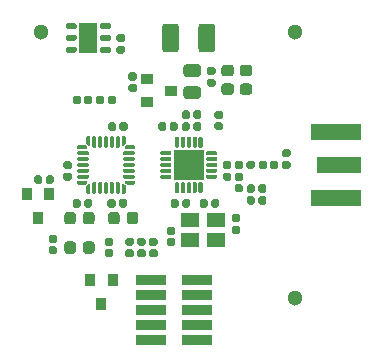
<source format=gbr>
%TF.GenerationSoftware,KiCad,Pcbnew,(5.1.6)-1*%
%TF.CreationDate,2020-10-05T19:31:36+02:00*%
%TF.ProjectId,NRF24,4e524632-342e-46b6-9963-61645f706362,rev?*%
%TF.SameCoordinates,Original*%
%TF.FileFunction,Soldermask,Top*%
%TF.FilePolarity,Negative*%
%FSLAX46Y46*%
G04 Gerber Fmt 4.6, Leading zero omitted, Abs format (unit mm)*
G04 Created by KiCad (PCBNEW (5.1.6)-1) date 2020-10-05 19:31:36*
%MOMM*%
%LPD*%
G01*
G04 APERTURE LIST*
%ADD10C,1.300000*%
%ADD11R,3.700000X1.370000*%
%ADD12R,4.300000X1.450000*%
%ADD13R,0.900000X1.000000*%
%ADD14R,1.000000X0.900000*%
%ADD15R,2.600000X2.600000*%
%ADD16R,1.500000X1.300000*%
%ADD17C,0.150000*%
%ADD18R,1.600000X2.500000*%
%ADD19R,2.500000X0.840000*%
G04 APERTURE END LIST*
%TO.C,C20*%
G36*
G01*
X181675000Y-75543867D02*
X181675000Y-77456133D01*
G75*
G02*
X181406133Y-77725000I-268867J0D01*
G01*
X180518867Y-77725000D01*
G75*
G02*
X180250000Y-77456133I0J268867D01*
G01*
X180250000Y-75543867D01*
G75*
G02*
X180518867Y-75275000I268867J0D01*
G01*
X181406133Y-75275000D01*
G75*
G02*
X181675000Y-75543867I0J-268867D01*
G01*
G37*
G36*
G01*
X184750000Y-75543867D02*
X184750000Y-77456133D01*
G75*
G02*
X184481133Y-77725000I-268867J0D01*
G01*
X183593867Y-77725000D01*
G75*
G02*
X183325000Y-77456133I0J268867D01*
G01*
X183325000Y-75543867D01*
G75*
G02*
X183593867Y-75275000I268867J0D01*
G01*
X184481133Y-75275000D01*
G75*
G02*
X184750000Y-75543867I0J-268867D01*
G01*
G37*
%TD*%
%TO.C,C19*%
G36*
G01*
X187068750Y-80350000D02*
X187631250Y-80350000D01*
G75*
G02*
X187875000Y-80593750I0J-243750D01*
G01*
X187875000Y-81081250D01*
G75*
G02*
X187631250Y-81325000I-243750J0D01*
G01*
X187068750Y-81325000D01*
G75*
G02*
X186825000Y-81081250I0J243750D01*
G01*
X186825000Y-80593750D01*
G75*
G02*
X187068750Y-80350000I243750J0D01*
G01*
G37*
G36*
G01*
X187068750Y-78775000D02*
X187631250Y-78775000D01*
G75*
G02*
X187875000Y-79018750I0J-243750D01*
G01*
X187875000Y-79506250D01*
G75*
G02*
X187631250Y-79750000I-243750J0D01*
G01*
X187068750Y-79750000D01*
G75*
G02*
X186825000Y-79506250I0J243750D01*
G01*
X186825000Y-79018750D01*
G75*
G02*
X187068750Y-78775000I243750J0D01*
G01*
G37*
%TD*%
D10*
%TO.C,REF\u002A\u002A*%
X191500000Y-98500000D03*
%TD*%
%TO.C,REF\u002A\u002A*%
X191500000Y-76000000D03*
%TD*%
%TO.C,REF\u002A\u002A*%
X170000000Y-76000000D03*
%TD*%
%TO.C,R12*%
G36*
G01*
X178302500Y-94390000D02*
X178697500Y-94390000D01*
G75*
G02*
X178870000Y-94562500I0J-172500D01*
G01*
X178870000Y-94907500D01*
G75*
G02*
X178697500Y-95080000I-172500J0D01*
G01*
X178302500Y-95080000D01*
G75*
G02*
X178130000Y-94907500I0J172500D01*
G01*
X178130000Y-94562500D01*
G75*
G02*
X178302500Y-94390000I172500J0D01*
G01*
G37*
G36*
G01*
X178302500Y-93420000D02*
X178697500Y-93420000D01*
G75*
G02*
X178870000Y-93592500I0J-172500D01*
G01*
X178870000Y-93937500D01*
G75*
G02*
X178697500Y-94110000I-172500J0D01*
G01*
X178302500Y-94110000D01*
G75*
G02*
X178130000Y-93937500I0J172500D01*
G01*
X178130000Y-93592500D01*
G75*
G02*
X178302500Y-93420000I172500J0D01*
G01*
G37*
%TD*%
D11*
%TO.C,J2*%
X195200000Y-87250000D03*
D12*
X195000000Y-84425000D03*
X195000000Y-90075000D03*
%TD*%
%TO.C,R11*%
G36*
G01*
X170390000Y-88697500D02*
X170390000Y-88302500D01*
G75*
G02*
X170562500Y-88130000I172500J0D01*
G01*
X170907500Y-88130000D01*
G75*
G02*
X171080000Y-88302500I0J-172500D01*
G01*
X171080000Y-88697500D01*
G75*
G02*
X170907500Y-88870000I-172500J0D01*
G01*
X170562500Y-88870000D01*
G75*
G02*
X170390000Y-88697500I0J172500D01*
G01*
G37*
G36*
G01*
X169420000Y-88697500D02*
X169420000Y-88302500D01*
G75*
G02*
X169592500Y-88130000I172500J0D01*
G01*
X169937500Y-88130000D01*
G75*
G02*
X170110000Y-88302500I0J-172500D01*
G01*
X170110000Y-88697500D01*
G75*
G02*
X169937500Y-88870000I-172500J0D01*
G01*
X169592500Y-88870000D01*
G75*
G02*
X169420000Y-88697500I0J172500D01*
G01*
G37*
%TD*%
D13*
%TO.C,Q3*%
X169750000Y-91750000D03*
X168800000Y-89750000D03*
X170700000Y-89750000D03*
%TD*%
%TO.C,Q2*%
X175100000Y-99000000D03*
X174150000Y-97000000D03*
X176050000Y-97000000D03*
%TD*%
D14*
%TO.C,Q1*%
X179000000Y-80000000D03*
X179000000Y-81900000D03*
X181000000Y-80950000D03*
%TD*%
%TO.C,LD1*%
G36*
G01*
X173550000Y-94531250D02*
X173550000Y-93968750D01*
G75*
G02*
X173793750Y-93725000I243750J0D01*
G01*
X174281250Y-93725000D01*
G75*
G02*
X174525000Y-93968750I0J-243750D01*
G01*
X174525000Y-94531250D01*
G75*
G02*
X174281250Y-94775000I-243750J0D01*
G01*
X173793750Y-94775000D01*
G75*
G02*
X173550000Y-94531250I0J243750D01*
G01*
G37*
G36*
G01*
X171975000Y-94531250D02*
X171975000Y-93968750D01*
G75*
G02*
X172218750Y-93725000I243750J0D01*
G01*
X172706250Y-93725000D01*
G75*
G02*
X172950000Y-93968750I0J-243750D01*
G01*
X172950000Y-94531250D01*
G75*
G02*
X172706250Y-94775000I-243750J0D01*
G01*
X172218750Y-94775000D01*
G75*
G02*
X171975000Y-94531250I0J243750D01*
G01*
G37*
%TD*%
%TO.C,FB1*%
G36*
G01*
X183281250Y-79800000D02*
X182318750Y-79800000D01*
G75*
G02*
X182050000Y-79531250I0J268750D01*
G01*
X182050000Y-78993750D01*
G75*
G02*
X182318750Y-78725000I268750J0D01*
G01*
X183281250Y-78725000D01*
G75*
G02*
X183550000Y-78993750I0J-268750D01*
G01*
X183550000Y-79531250D01*
G75*
G02*
X183281250Y-79800000I-268750J0D01*
G01*
G37*
G36*
G01*
X183281250Y-81675000D02*
X182318750Y-81675000D01*
G75*
G02*
X182050000Y-81406250I0J268750D01*
G01*
X182050000Y-80868750D01*
G75*
G02*
X182318750Y-80600000I268750J0D01*
G01*
X183281250Y-80600000D01*
G75*
G02*
X183550000Y-80868750I0J-268750D01*
G01*
X183550000Y-81406250D01*
G75*
G02*
X183281250Y-81675000I-268750J0D01*
G01*
G37*
%TD*%
D15*
%TO.C,U3*%
X182500000Y-87250000D03*
G36*
G01*
X181325000Y-85687500D02*
X181325000Y-84937500D01*
G75*
G02*
X181412500Y-84850000I87500J0D01*
G01*
X181587500Y-84850000D01*
G75*
G02*
X181675000Y-84937500I0J-87500D01*
G01*
X181675000Y-85687500D01*
G75*
G02*
X181587500Y-85775000I-87500J0D01*
G01*
X181412500Y-85775000D01*
G75*
G02*
X181325000Y-85687500I0J87500D01*
G01*
G37*
G36*
G01*
X181825000Y-85687500D02*
X181825000Y-84937500D01*
G75*
G02*
X181912500Y-84850000I87500J0D01*
G01*
X182087500Y-84850000D01*
G75*
G02*
X182175000Y-84937500I0J-87500D01*
G01*
X182175000Y-85687500D01*
G75*
G02*
X182087500Y-85775000I-87500J0D01*
G01*
X181912500Y-85775000D01*
G75*
G02*
X181825000Y-85687500I0J87500D01*
G01*
G37*
G36*
G01*
X182325000Y-85687500D02*
X182325000Y-84937500D01*
G75*
G02*
X182412500Y-84850000I87500J0D01*
G01*
X182587500Y-84850000D01*
G75*
G02*
X182675000Y-84937500I0J-87500D01*
G01*
X182675000Y-85687500D01*
G75*
G02*
X182587500Y-85775000I-87500J0D01*
G01*
X182412500Y-85775000D01*
G75*
G02*
X182325000Y-85687500I0J87500D01*
G01*
G37*
G36*
G01*
X182825000Y-85687500D02*
X182825000Y-84937500D01*
G75*
G02*
X182912500Y-84850000I87500J0D01*
G01*
X183087500Y-84850000D01*
G75*
G02*
X183175000Y-84937500I0J-87500D01*
G01*
X183175000Y-85687500D01*
G75*
G02*
X183087500Y-85775000I-87500J0D01*
G01*
X182912500Y-85775000D01*
G75*
G02*
X182825000Y-85687500I0J87500D01*
G01*
G37*
G36*
G01*
X183325000Y-85687500D02*
X183325000Y-84937500D01*
G75*
G02*
X183412500Y-84850000I87500J0D01*
G01*
X183587500Y-84850000D01*
G75*
G02*
X183675000Y-84937500I0J-87500D01*
G01*
X183675000Y-85687500D01*
G75*
G02*
X183587500Y-85775000I-87500J0D01*
G01*
X183412500Y-85775000D01*
G75*
G02*
X183325000Y-85687500I0J87500D01*
G01*
G37*
G36*
G01*
X183975000Y-86337500D02*
X183975000Y-86162500D01*
G75*
G02*
X184062500Y-86075000I87500J0D01*
G01*
X184812500Y-86075000D01*
G75*
G02*
X184900000Y-86162500I0J-87500D01*
G01*
X184900000Y-86337500D01*
G75*
G02*
X184812500Y-86425000I-87500J0D01*
G01*
X184062500Y-86425000D01*
G75*
G02*
X183975000Y-86337500I0J87500D01*
G01*
G37*
G36*
G01*
X183975000Y-86837500D02*
X183975000Y-86662500D01*
G75*
G02*
X184062500Y-86575000I87500J0D01*
G01*
X184812500Y-86575000D01*
G75*
G02*
X184900000Y-86662500I0J-87500D01*
G01*
X184900000Y-86837500D01*
G75*
G02*
X184812500Y-86925000I-87500J0D01*
G01*
X184062500Y-86925000D01*
G75*
G02*
X183975000Y-86837500I0J87500D01*
G01*
G37*
G36*
G01*
X183975000Y-87337500D02*
X183975000Y-87162500D01*
G75*
G02*
X184062500Y-87075000I87500J0D01*
G01*
X184812500Y-87075000D01*
G75*
G02*
X184900000Y-87162500I0J-87500D01*
G01*
X184900000Y-87337500D01*
G75*
G02*
X184812500Y-87425000I-87500J0D01*
G01*
X184062500Y-87425000D01*
G75*
G02*
X183975000Y-87337500I0J87500D01*
G01*
G37*
G36*
G01*
X183975000Y-87837500D02*
X183975000Y-87662500D01*
G75*
G02*
X184062500Y-87575000I87500J0D01*
G01*
X184812500Y-87575000D01*
G75*
G02*
X184900000Y-87662500I0J-87500D01*
G01*
X184900000Y-87837500D01*
G75*
G02*
X184812500Y-87925000I-87500J0D01*
G01*
X184062500Y-87925000D01*
G75*
G02*
X183975000Y-87837500I0J87500D01*
G01*
G37*
G36*
G01*
X183975000Y-88337500D02*
X183975000Y-88162500D01*
G75*
G02*
X184062500Y-88075000I87500J0D01*
G01*
X184812500Y-88075000D01*
G75*
G02*
X184900000Y-88162500I0J-87500D01*
G01*
X184900000Y-88337500D01*
G75*
G02*
X184812500Y-88425000I-87500J0D01*
G01*
X184062500Y-88425000D01*
G75*
G02*
X183975000Y-88337500I0J87500D01*
G01*
G37*
G36*
G01*
X183325000Y-89562500D02*
X183325000Y-88812500D01*
G75*
G02*
X183412500Y-88725000I87500J0D01*
G01*
X183587500Y-88725000D01*
G75*
G02*
X183675000Y-88812500I0J-87500D01*
G01*
X183675000Y-89562500D01*
G75*
G02*
X183587500Y-89650000I-87500J0D01*
G01*
X183412500Y-89650000D01*
G75*
G02*
X183325000Y-89562500I0J87500D01*
G01*
G37*
G36*
G01*
X182825000Y-89562500D02*
X182825000Y-88812500D01*
G75*
G02*
X182912500Y-88725000I87500J0D01*
G01*
X183087500Y-88725000D01*
G75*
G02*
X183175000Y-88812500I0J-87500D01*
G01*
X183175000Y-89562500D01*
G75*
G02*
X183087500Y-89650000I-87500J0D01*
G01*
X182912500Y-89650000D01*
G75*
G02*
X182825000Y-89562500I0J87500D01*
G01*
G37*
G36*
G01*
X182325000Y-89562500D02*
X182325000Y-88812500D01*
G75*
G02*
X182412500Y-88725000I87500J0D01*
G01*
X182587500Y-88725000D01*
G75*
G02*
X182675000Y-88812500I0J-87500D01*
G01*
X182675000Y-89562500D01*
G75*
G02*
X182587500Y-89650000I-87500J0D01*
G01*
X182412500Y-89650000D01*
G75*
G02*
X182325000Y-89562500I0J87500D01*
G01*
G37*
G36*
G01*
X181825000Y-89562500D02*
X181825000Y-88812500D01*
G75*
G02*
X181912500Y-88725000I87500J0D01*
G01*
X182087500Y-88725000D01*
G75*
G02*
X182175000Y-88812500I0J-87500D01*
G01*
X182175000Y-89562500D01*
G75*
G02*
X182087500Y-89650000I-87500J0D01*
G01*
X181912500Y-89650000D01*
G75*
G02*
X181825000Y-89562500I0J87500D01*
G01*
G37*
G36*
G01*
X181325000Y-89562500D02*
X181325000Y-88812500D01*
G75*
G02*
X181412500Y-88725000I87500J0D01*
G01*
X181587500Y-88725000D01*
G75*
G02*
X181675000Y-88812500I0J-87500D01*
G01*
X181675000Y-89562500D01*
G75*
G02*
X181587500Y-89650000I-87500J0D01*
G01*
X181412500Y-89650000D01*
G75*
G02*
X181325000Y-89562500I0J87500D01*
G01*
G37*
G36*
G01*
X180100000Y-88337500D02*
X180100000Y-88162500D01*
G75*
G02*
X180187500Y-88075000I87500J0D01*
G01*
X180937500Y-88075000D01*
G75*
G02*
X181025000Y-88162500I0J-87500D01*
G01*
X181025000Y-88337500D01*
G75*
G02*
X180937500Y-88425000I-87500J0D01*
G01*
X180187500Y-88425000D01*
G75*
G02*
X180100000Y-88337500I0J87500D01*
G01*
G37*
G36*
G01*
X180100000Y-87837500D02*
X180100000Y-87662500D01*
G75*
G02*
X180187500Y-87575000I87500J0D01*
G01*
X180937500Y-87575000D01*
G75*
G02*
X181025000Y-87662500I0J-87500D01*
G01*
X181025000Y-87837500D01*
G75*
G02*
X180937500Y-87925000I-87500J0D01*
G01*
X180187500Y-87925000D01*
G75*
G02*
X180100000Y-87837500I0J87500D01*
G01*
G37*
G36*
G01*
X180100000Y-87337500D02*
X180100000Y-87162500D01*
G75*
G02*
X180187500Y-87075000I87500J0D01*
G01*
X180937500Y-87075000D01*
G75*
G02*
X181025000Y-87162500I0J-87500D01*
G01*
X181025000Y-87337500D01*
G75*
G02*
X180937500Y-87425000I-87500J0D01*
G01*
X180187500Y-87425000D01*
G75*
G02*
X180100000Y-87337500I0J87500D01*
G01*
G37*
G36*
G01*
X180100000Y-86837500D02*
X180100000Y-86662500D01*
G75*
G02*
X180187500Y-86575000I87500J0D01*
G01*
X180937500Y-86575000D01*
G75*
G02*
X181025000Y-86662500I0J-87500D01*
G01*
X181025000Y-86837500D01*
G75*
G02*
X180937500Y-86925000I-87500J0D01*
G01*
X180187500Y-86925000D01*
G75*
G02*
X180100000Y-86837500I0J87500D01*
G01*
G37*
G36*
G01*
X180100000Y-86337500D02*
X180100000Y-86162500D01*
G75*
G02*
X180187500Y-86075000I87500J0D01*
G01*
X180937500Y-86075000D01*
G75*
G02*
X181025000Y-86162500I0J-87500D01*
G01*
X181025000Y-86337500D01*
G75*
G02*
X180937500Y-86425000I-87500J0D01*
G01*
X180187500Y-86425000D01*
G75*
G02*
X180100000Y-86337500I0J87500D01*
G01*
G37*
%TD*%
%TO.C,R7*%
G36*
G01*
X171197500Y-93860000D02*
X170802500Y-93860000D01*
G75*
G02*
X170630000Y-93687500I0J172500D01*
G01*
X170630000Y-93342500D01*
G75*
G02*
X170802500Y-93170000I172500J0D01*
G01*
X171197500Y-93170000D01*
G75*
G02*
X171370000Y-93342500I0J-172500D01*
G01*
X171370000Y-93687500D01*
G75*
G02*
X171197500Y-93860000I-172500J0D01*
G01*
G37*
G36*
G01*
X171197500Y-94830000D02*
X170802500Y-94830000D01*
G75*
G02*
X170630000Y-94657500I0J172500D01*
G01*
X170630000Y-94312500D01*
G75*
G02*
X170802500Y-94140000I172500J0D01*
G01*
X171197500Y-94140000D01*
G75*
G02*
X171370000Y-94312500I0J-172500D01*
G01*
X171370000Y-94657500D01*
G75*
G02*
X171197500Y-94830000I-172500J0D01*
G01*
G37*
%TD*%
%TO.C,C18*%
G36*
G01*
X181660000Y-90302500D02*
X181660000Y-90697500D01*
G75*
G02*
X181487500Y-90870000I-172500J0D01*
G01*
X181142500Y-90870000D01*
G75*
G02*
X180970000Y-90697500I0J172500D01*
G01*
X180970000Y-90302500D01*
G75*
G02*
X181142500Y-90130000I172500J0D01*
G01*
X181487500Y-90130000D01*
G75*
G02*
X181660000Y-90302500I0J-172500D01*
G01*
G37*
G36*
G01*
X182630000Y-90302500D02*
X182630000Y-90697500D01*
G75*
G02*
X182457500Y-90870000I-172500J0D01*
G01*
X182112500Y-90870000D01*
G75*
G02*
X181940000Y-90697500I0J172500D01*
G01*
X181940000Y-90302500D01*
G75*
G02*
X182112500Y-90130000I172500J0D01*
G01*
X182457500Y-90130000D01*
G75*
G02*
X182630000Y-90302500I0J-172500D01*
G01*
G37*
%TD*%
%TO.C,R2*%
G36*
G01*
X172670000Y-81947500D02*
X172670000Y-81552500D01*
G75*
G02*
X172842500Y-81380000I172500J0D01*
G01*
X173187500Y-81380000D01*
G75*
G02*
X173360000Y-81552500I0J-172500D01*
G01*
X173360000Y-81947500D01*
G75*
G02*
X173187500Y-82120000I-172500J0D01*
G01*
X172842500Y-82120000D01*
G75*
G02*
X172670000Y-81947500I0J172500D01*
G01*
G37*
G36*
G01*
X173640000Y-81947500D02*
X173640000Y-81552500D01*
G75*
G02*
X173812500Y-81380000I172500J0D01*
G01*
X174157500Y-81380000D01*
G75*
G02*
X174330000Y-81552500I0J-172500D01*
G01*
X174330000Y-81947500D01*
G75*
G02*
X174157500Y-82120000I-172500J0D01*
G01*
X173812500Y-82120000D01*
G75*
G02*
X173640000Y-81947500I0J172500D01*
G01*
G37*
%TD*%
%TO.C,R1*%
G36*
G01*
X176330000Y-81552500D02*
X176330000Y-81947500D01*
G75*
G02*
X176157500Y-82120000I-172500J0D01*
G01*
X175812500Y-82120000D01*
G75*
G02*
X175640000Y-81947500I0J172500D01*
G01*
X175640000Y-81552500D01*
G75*
G02*
X175812500Y-81380000I172500J0D01*
G01*
X176157500Y-81380000D01*
G75*
G02*
X176330000Y-81552500I0J-172500D01*
G01*
G37*
G36*
G01*
X175360000Y-81552500D02*
X175360000Y-81947500D01*
G75*
G02*
X175187500Y-82120000I-172500J0D01*
G01*
X174842500Y-82120000D01*
G75*
G02*
X174670000Y-81947500I0J172500D01*
G01*
X174670000Y-81552500D01*
G75*
G02*
X174842500Y-81380000I172500J0D01*
G01*
X175187500Y-81380000D01*
G75*
G02*
X175360000Y-81552500I0J-172500D01*
G01*
G37*
%TD*%
%TO.C,R9*%
G36*
G01*
X179302500Y-94390000D02*
X179697500Y-94390000D01*
G75*
G02*
X179870000Y-94562500I0J-172500D01*
G01*
X179870000Y-94907500D01*
G75*
G02*
X179697500Y-95080000I-172500J0D01*
G01*
X179302500Y-95080000D01*
G75*
G02*
X179130000Y-94907500I0J172500D01*
G01*
X179130000Y-94562500D01*
G75*
G02*
X179302500Y-94390000I172500J0D01*
G01*
G37*
G36*
G01*
X179302500Y-93420000D02*
X179697500Y-93420000D01*
G75*
G02*
X179870000Y-93592500I0J-172500D01*
G01*
X179870000Y-93937500D01*
G75*
G02*
X179697500Y-94110000I-172500J0D01*
G01*
X179302500Y-94110000D01*
G75*
G02*
X179130000Y-93937500I0J172500D01*
G01*
X179130000Y-93592500D01*
G75*
G02*
X179302500Y-93420000I172500J0D01*
G01*
G37*
%TD*%
%TO.C,R8*%
G36*
G01*
X177697500Y-94110000D02*
X177302500Y-94110000D01*
G75*
G02*
X177130000Y-93937500I0J172500D01*
G01*
X177130000Y-93592500D01*
G75*
G02*
X177302500Y-93420000I172500J0D01*
G01*
X177697500Y-93420000D01*
G75*
G02*
X177870000Y-93592500I0J-172500D01*
G01*
X177870000Y-93937500D01*
G75*
G02*
X177697500Y-94110000I-172500J0D01*
G01*
G37*
G36*
G01*
X177697500Y-95080000D02*
X177302500Y-95080000D01*
G75*
G02*
X177130000Y-94907500I0J172500D01*
G01*
X177130000Y-94562500D01*
G75*
G02*
X177302500Y-94390000I172500J0D01*
G01*
X177697500Y-94390000D01*
G75*
G02*
X177870000Y-94562500I0J-172500D01*
G01*
X177870000Y-94907500D01*
G75*
G02*
X177697500Y-95080000I-172500J0D01*
G01*
G37*
%TD*%
%TO.C,R5*%
G36*
G01*
X184202500Y-79940000D02*
X184597500Y-79940000D01*
G75*
G02*
X184770000Y-80112500I0J-172500D01*
G01*
X184770000Y-80457500D01*
G75*
G02*
X184597500Y-80630000I-172500J0D01*
G01*
X184202500Y-80630000D01*
G75*
G02*
X184030000Y-80457500I0J172500D01*
G01*
X184030000Y-80112500D01*
G75*
G02*
X184202500Y-79940000I172500J0D01*
G01*
G37*
G36*
G01*
X184202500Y-78970000D02*
X184597500Y-78970000D01*
G75*
G02*
X184770000Y-79142500I0J-172500D01*
G01*
X184770000Y-79487500D01*
G75*
G02*
X184597500Y-79660000I-172500J0D01*
G01*
X184202500Y-79660000D01*
G75*
G02*
X184030000Y-79487500I0J172500D01*
G01*
X184030000Y-79142500D01*
G75*
G02*
X184202500Y-78970000I172500J0D01*
G01*
G37*
%TD*%
%TO.C,R4*%
G36*
G01*
X177947500Y-81080000D02*
X177552500Y-81080000D01*
G75*
G02*
X177380000Y-80907500I0J172500D01*
G01*
X177380000Y-80562500D01*
G75*
G02*
X177552500Y-80390000I172500J0D01*
G01*
X177947500Y-80390000D01*
G75*
G02*
X178120000Y-80562500I0J-172500D01*
G01*
X178120000Y-80907500D01*
G75*
G02*
X177947500Y-81080000I-172500J0D01*
G01*
G37*
G36*
G01*
X177947500Y-80110000D02*
X177552500Y-80110000D01*
G75*
G02*
X177380000Y-79937500I0J172500D01*
G01*
X177380000Y-79592500D01*
G75*
G02*
X177552500Y-79420000I172500J0D01*
G01*
X177947500Y-79420000D01*
G75*
G02*
X178120000Y-79592500I0J-172500D01*
G01*
X178120000Y-79937500D01*
G75*
G02*
X177947500Y-80110000I-172500J0D01*
G01*
G37*
%TD*%
%TO.C,R3*%
G36*
G01*
X172447500Y-88580000D02*
X172052500Y-88580000D01*
G75*
G02*
X171880000Y-88407500I0J172500D01*
G01*
X171880000Y-88062500D01*
G75*
G02*
X172052500Y-87890000I172500J0D01*
G01*
X172447500Y-87890000D01*
G75*
G02*
X172620000Y-88062500I0J-172500D01*
G01*
X172620000Y-88407500D01*
G75*
G02*
X172447500Y-88580000I-172500J0D01*
G01*
G37*
G36*
G01*
X172447500Y-87610000D02*
X172052500Y-87610000D01*
G75*
G02*
X171880000Y-87437500I0J172500D01*
G01*
X171880000Y-87092500D01*
G75*
G02*
X172052500Y-86920000I172500J0D01*
G01*
X172447500Y-86920000D01*
G75*
G02*
X172620000Y-87092500I0J-172500D01*
G01*
X172620000Y-87437500D01*
G75*
G02*
X172447500Y-87610000I-172500J0D01*
G01*
G37*
%TD*%
%TO.C,R6*%
G36*
G01*
X185247500Y-83360000D02*
X184852500Y-83360000D01*
G75*
G02*
X184680000Y-83187500I0J172500D01*
G01*
X184680000Y-82842500D01*
G75*
G02*
X184852500Y-82670000I172500J0D01*
G01*
X185247500Y-82670000D01*
G75*
G02*
X185420000Y-82842500I0J-172500D01*
G01*
X185420000Y-83187500D01*
G75*
G02*
X185247500Y-83360000I-172500J0D01*
G01*
G37*
G36*
G01*
X185247500Y-84330000D02*
X184852500Y-84330000D01*
G75*
G02*
X184680000Y-84157500I0J172500D01*
G01*
X184680000Y-83812500D01*
G75*
G02*
X184852500Y-83640000I172500J0D01*
G01*
X185247500Y-83640000D01*
G75*
G02*
X185420000Y-83812500I0J-172500D01*
G01*
X185420000Y-84157500D01*
G75*
G02*
X185247500Y-84330000I-172500J0D01*
G01*
G37*
%TD*%
%TO.C,R10*%
G36*
G01*
X184110000Y-90302500D02*
X184110000Y-90697500D01*
G75*
G02*
X183937500Y-90870000I-172500J0D01*
G01*
X183592500Y-90870000D01*
G75*
G02*
X183420000Y-90697500I0J172500D01*
G01*
X183420000Y-90302500D01*
G75*
G02*
X183592500Y-90130000I172500J0D01*
G01*
X183937500Y-90130000D01*
G75*
G02*
X184110000Y-90302500I0J-172500D01*
G01*
G37*
G36*
G01*
X185080000Y-90302500D02*
X185080000Y-90697500D01*
G75*
G02*
X184907500Y-90870000I-172500J0D01*
G01*
X184562500Y-90870000D01*
G75*
G02*
X184390000Y-90697500I0J172500D01*
G01*
X184390000Y-90302500D01*
G75*
G02*
X184562500Y-90130000I172500J0D01*
G01*
X184907500Y-90130000D01*
G75*
G02*
X185080000Y-90302500I0J-172500D01*
G01*
G37*
%TD*%
D16*
%TO.C,Y1*%
X182650000Y-91900000D03*
X184850000Y-91900000D03*
X184850000Y-93600000D03*
X182650000Y-93600000D03*
%TD*%
D17*
%TO.C,U2*%
G36*
X173825241Y-89043737D02*
G01*
X173826106Y-89034958D01*
X173828017Y-89025351D01*
X173830577Y-89016909D01*
X173834330Y-89007847D01*
X173838489Y-89000067D01*
X173843933Y-88991920D01*
X173849529Y-88985101D01*
X173852825Y-88981465D01*
X173986465Y-88847825D01*
X173990101Y-88844529D01*
X173996920Y-88838933D01*
X174005067Y-88833489D01*
X174012847Y-88829330D01*
X174021909Y-88825577D01*
X174030351Y-88823017D01*
X174039958Y-88821106D01*
X174048737Y-88820241D01*
X174053640Y-88820000D01*
X174080000Y-88820000D01*
X174084903Y-88820241D01*
X174093682Y-88821106D01*
X174103289Y-88823017D01*
X174111731Y-88825577D01*
X174120793Y-88829330D01*
X174128573Y-88833489D01*
X174136720Y-88838933D01*
X174143539Y-88844529D01*
X174150471Y-88851461D01*
X174156067Y-88858280D01*
X174161511Y-88866427D01*
X174165670Y-88874207D01*
X174169423Y-88883269D01*
X174171983Y-88891711D01*
X174173894Y-88901318D01*
X174174759Y-88910097D01*
X174175000Y-88915000D01*
X174175000Y-89580000D01*
X174174759Y-89584903D01*
X174173894Y-89593682D01*
X174171983Y-89603289D01*
X174169423Y-89611731D01*
X174165670Y-89620793D01*
X174161511Y-89628573D01*
X174156067Y-89636720D01*
X174150471Y-89643539D01*
X174143539Y-89650471D01*
X174136720Y-89656067D01*
X174128573Y-89661511D01*
X174120793Y-89665670D01*
X174111731Y-89669423D01*
X174103289Y-89671983D01*
X174093682Y-89673894D01*
X174084903Y-89674759D01*
X174080000Y-89675000D01*
X173920000Y-89675000D01*
X173915097Y-89674759D01*
X173906318Y-89673894D01*
X173896711Y-89671983D01*
X173888269Y-89669423D01*
X173879207Y-89665670D01*
X173871427Y-89661511D01*
X173863280Y-89656067D01*
X173856461Y-89650471D01*
X173849529Y-89643539D01*
X173843933Y-89636720D01*
X173838489Y-89628573D01*
X173834330Y-89620793D01*
X173830577Y-89611731D01*
X173828017Y-89603289D01*
X173826106Y-89593682D01*
X173825241Y-89584903D01*
X173825000Y-89580000D01*
X173825000Y-89048640D01*
X173825241Y-89043737D01*
G37*
G36*
G01*
X174587500Y-89675000D02*
X174412500Y-89675000D01*
G75*
G02*
X174325000Y-89587500I0J87500D01*
G01*
X174325000Y-88787500D01*
G75*
G02*
X174412500Y-88700000I87500J0D01*
G01*
X174587500Y-88700000D01*
G75*
G02*
X174675000Y-88787500I0J-87500D01*
G01*
X174675000Y-89587500D01*
G75*
G02*
X174587500Y-89675000I-87500J0D01*
G01*
G37*
G36*
G01*
X175087500Y-89675000D02*
X174912500Y-89675000D01*
G75*
G02*
X174825000Y-89587500I0J87500D01*
G01*
X174825000Y-88787500D01*
G75*
G02*
X174912500Y-88700000I87500J0D01*
G01*
X175087500Y-88700000D01*
G75*
G02*
X175175000Y-88787500I0J-87500D01*
G01*
X175175000Y-89587500D01*
G75*
G02*
X175087500Y-89675000I-87500J0D01*
G01*
G37*
G36*
G01*
X175587500Y-89675000D02*
X175412500Y-89675000D01*
G75*
G02*
X175325000Y-89587500I0J87500D01*
G01*
X175325000Y-88787500D01*
G75*
G02*
X175412500Y-88700000I87500J0D01*
G01*
X175587500Y-88700000D01*
G75*
G02*
X175675000Y-88787500I0J-87500D01*
G01*
X175675000Y-89587500D01*
G75*
G02*
X175587500Y-89675000I-87500J0D01*
G01*
G37*
G36*
G01*
X176087500Y-89675000D02*
X175912500Y-89675000D01*
G75*
G02*
X175825000Y-89587500I0J87500D01*
G01*
X175825000Y-88787500D01*
G75*
G02*
X175912500Y-88700000I87500J0D01*
G01*
X176087500Y-88700000D01*
G75*
G02*
X176175000Y-88787500I0J-87500D01*
G01*
X176175000Y-89587500D01*
G75*
G02*
X176087500Y-89675000I-87500J0D01*
G01*
G37*
G36*
G01*
X176587500Y-89675000D02*
X176412500Y-89675000D01*
G75*
G02*
X176325000Y-89587500I0J87500D01*
G01*
X176325000Y-88787500D01*
G75*
G02*
X176412500Y-88700000I87500J0D01*
G01*
X176587500Y-88700000D01*
G75*
G02*
X176675000Y-88787500I0J-87500D01*
G01*
X176675000Y-89587500D01*
G75*
G02*
X176587500Y-89675000I-87500J0D01*
G01*
G37*
G36*
X176825241Y-88910097D02*
G01*
X176826106Y-88901318D01*
X176828017Y-88891711D01*
X176830577Y-88883269D01*
X176834330Y-88874207D01*
X176838489Y-88866427D01*
X176843933Y-88858280D01*
X176849529Y-88851461D01*
X176856461Y-88844529D01*
X176863280Y-88838933D01*
X176871427Y-88833489D01*
X176879207Y-88829330D01*
X176888269Y-88825577D01*
X176896711Y-88823017D01*
X176906318Y-88821106D01*
X176915097Y-88820241D01*
X176920000Y-88820000D01*
X176946360Y-88820000D01*
X176951263Y-88820241D01*
X176960042Y-88821106D01*
X176969649Y-88823017D01*
X176978091Y-88825577D01*
X176987153Y-88829330D01*
X176994933Y-88833489D01*
X177003080Y-88838933D01*
X177009899Y-88844529D01*
X177013535Y-88847825D01*
X177147175Y-88981465D01*
X177150471Y-88985101D01*
X177156067Y-88991920D01*
X177161511Y-89000067D01*
X177165670Y-89007847D01*
X177169423Y-89016909D01*
X177171983Y-89025351D01*
X177173894Y-89034958D01*
X177174759Y-89043737D01*
X177175000Y-89048640D01*
X177175000Y-89580000D01*
X177174759Y-89584903D01*
X177173894Y-89593682D01*
X177171983Y-89603289D01*
X177169423Y-89611731D01*
X177165670Y-89620793D01*
X177161511Y-89628573D01*
X177156067Y-89636720D01*
X177150471Y-89643539D01*
X177143539Y-89650471D01*
X177136720Y-89656067D01*
X177128573Y-89661511D01*
X177120793Y-89665670D01*
X177111731Y-89669423D01*
X177103289Y-89671983D01*
X177093682Y-89673894D01*
X177084903Y-89674759D01*
X177080000Y-89675000D01*
X176920000Y-89675000D01*
X176915097Y-89674759D01*
X176906318Y-89673894D01*
X176896711Y-89671983D01*
X176888269Y-89669423D01*
X176879207Y-89665670D01*
X176871427Y-89661511D01*
X176863280Y-89656067D01*
X176856461Y-89650471D01*
X176849529Y-89643539D01*
X176843933Y-89636720D01*
X176838489Y-89628573D01*
X176834330Y-89620793D01*
X176830577Y-89611731D01*
X176828017Y-89603289D01*
X176826106Y-89593682D01*
X176825241Y-89584903D01*
X176825000Y-89580000D01*
X176825000Y-88915000D01*
X176825241Y-88910097D01*
G37*
G36*
X177070241Y-88665097D02*
G01*
X177071106Y-88656318D01*
X177073017Y-88646711D01*
X177075577Y-88638269D01*
X177079330Y-88629207D01*
X177083489Y-88621427D01*
X177088933Y-88613280D01*
X177094529Y-88606461D01*
X177101461Y-88599529D01*
X177108280Y-88593933D01*
X177116427Y-88588489D01*
X177124207Y-88584330D01*
X177133269Y-88580577D01*
X177141711Y-88578017D01*
X177151318Y-88576106D01*
X177160097Y-88575241D01*
X177165000Y-88575000D01*
X177830000Y-88575000D01*
X177834903Y-88575241D01*
X177843682Y-88576106D01*
X177853289Y-88578017D01*
X177861731Y-88580577D01*
X177870793Y-88584330D01*
X177878573Y-88588489D01*
X177886720Y-88593933D01*
X177893539Y-88599529D01*
X177900471Y-88606461D01*
X177906067Y-88613280D01*
X177911511Y-88621427D01*
X177915670Y-88629207D01*
X177919423Y-88638269D01*
X177921983Y-88646711D01*
X177923894Y-88656318D01*
X177924759Y-88665097D01*
X177925000Y-88670000D01*
X177925000Y-88830000D01*
X177924759Y-88834903D01*
X177923894Y-88843682D01*
X177921983Y-88853289D01*
X177919423Y-88861731D01*
X177915670Y-88870793D01*
X177911511Y-88878573D01*
X177906067Y-88886720D01*
X177900471Y-88893539D01*
X177893539Y-88900471D01*
X177886720Y-88906067D01*
X177878573Y-88911511D01*
X177870793Y-88915670D01*
X177861731Y-88919423D01*
X177853289Y-88921983D01*
X177843682Y-88923894D01*
X177834903Y-88924759D01*
X177830000Y-88925000D01*
X177298640Y-88925000D01*
X177293737Y-88924759D01*
X177284958Y-88923894D01*
X177275351Y-88921983D01*
X177266909Y-88919423D01*
X177257847Y-88915670D01*
X177250067Y-88911511D01*
X177241920Y-88906067D01*
X177235101Y-88900471D01*
X177231465Y-88897175D01*
X177097825Y-88763535D01*
X177094529Y-88759899D01*
X177088933Y-88753080D01*
X177083489Y-88744933D01*
X177079330Y-88737153D01*
X177075577Y-88728091D01*
X177073017Y-88719649D01*
X177071106Y-88710042D01*
X177070241Y-88701263D01*
X177070000Y-88696360D01*
X177070000Y-88670000D01*
X177070241Y-88665097D01*
G37*
G36*
G01*
X177837500Y-88425000D02*
X177037500Y-88425000D01*
G75*
G02*
X176950000Y-88337500I0J87500D01*
G01*
X176950000Y-88162500D01*
G75*
G02*
X177037500Y-88075000I87500J0D01*
G01*
X177837500Y-88075000D01*
G75*
G02*
X177925000Y-88162500I0J-87500D01*
G01*
X177925000Y-88337500D01*
G75*
G02*
X177837500Y-88425000I-87500J0D01*
G01*
G37*
G36*
G01*
X177837500Y-87925000D02*
X177037500Y-87925000D01*
G75*
G02*
X176950000Y-87837500I0J87500D01*
G01*
X176950000Y-87662500D01*
G75*
G02*
X177037500Y-87575000I87500J0D01*
G01*
X177837500Y-87575000D01*
G75*
G02*
X177925000Y-87662500I0J-87500D01*
G01*
X177925000Y-87837500D01*
G75*
G02*
X177837500Y-87925000I-87500J0D01*
G01*
G37*
G36*
G01*
X177837500Y-87425000D02*
X177037500Y-87425000D01*
G75*
G02*
X176950000Y-87337500I0J87500D01*
G01*
X176950000Y-87162500D01*
G75*
G02*
X177037500Y-87075000I87500J0D01*
G01*
X177837500Y-87075000D01*
G75*
G02*
X177925000Y-87162500I0J-87500D01*
G01*
X177925000Y-87337500D01*
G75*
G02*
X177837500Y-87425000I-87500J0D01*
G01*
G37*
G36*
G01*
X177837500Y-86925000D02*
X177037500Y-86925000D01*
G75*
G02*
X176950000Y-86837500I0J87500D01*
G01*
X176950000Y-86662500D01*
G75*
G02*
X177037500Y-86575000I87500J0D01*
G01*
X177837500Y-86575000D01*
G75*
G02*
X177925000Y-86662500I0J-87500D01*
G01*
X177925000Y-86837500D01*
G75*
G02*
X177837500Y-86925000I-87500J0D01*
G01*
G37*
G36*
G01*
X177837500Y-86425000D02*
X177037500Y-86425000D01*
G75*
G02*
X176950000Y-86337500I0J87500D01*
G01*
X176950000Y-86162500D01*
G75*
G02*
X177037500Y-86075000I87500J0D01*
G01*
X177837500Y-86075000D01*
G75*
G02*
X177925000Y-86162500I0J-87500D01*
G01*
X177925000Y-86337500D01*
G75*
G02*
X177837500Y-86425000I-87500J0D01*
G01*
G37*
G36*
X177070241Y-85798737D02*
G01*
X177071106Y-85789958D01*
X177073017Y-85780351D01*
X177075577Y-85771909D01*
X177079330Y-85762847D01*
X177083489Y-85755067D01*
X177088933Y-85746920D01*
X177094529Y-85740101D01*
X177097825Y-85736465D01*
X177231465Y-85602825D01*
X177235101Y-85599529D01*
X177241920Y-85593933D01*
X177250067Y-85588489D01*
X177257847Y-85584330D01*
X177266909Y-85580577D01*
X177275351Y-85578017D01*
X177284958Y-85576106D01*
X177293737Y-85575241D01*
X177298640Y-85575000D01*
X177830000Y-85575000D01*
X177834903Y-85575241D01*
X177843682Y-85576106D01*
X177853289Y-85578017D01*
X177861731Y-85580577D01*
X177870793Y-85584330D01*
X177878573Y-85588489D01*
X177886720Y-85593933D01*
X177893539Y-85599529D01*
X177900471Y-85606461D01*
X177906067Y-85613280D01*
X177911511Y-85621427D01*
X177915670Y-85629207D01*
X177919423Y-85638269D01*
X177921983Y-85646711D01*
X177923894Y-85656318D01*
X177924759Y-85665097D01*
X177925000Y-85670000D01*
X177925000Y-85830000D01*
X177924759Y-85834903D01*
X177923894Y-85843682D01*
X177921983Y-85853289D01*
X177919423Y-85861731D01*
X177915670Y-85870793D01*
X177911511Y-85878573D01*
X177906067Y-85886720D01*
X177900471Y-85893539D01*
X177893539Y-85900471D01*
X177886720Y-85906067D01*
X177878573Y-85911511D01*
X177870793Y-85915670D01*
X177861731Y-85919423D01*
X177853289Y-85921983D01*
X177843682Y-85923894D01*
X177834903Y-85924759D01*
X177830000Y-85925000D01*
X177165000Y-85925000D01*
X177160097Y-85924759D01*
X177151318Y-85923894D01*
X177141711Y-85921983D01*
X177133269Y-85919423D01*
X177124207Y-85915670D01*
X177116427Y-85911511D01*
X177108280Y-85906067D01*
X177101461Y-85900471D01*
X177094529Y-85893539D01*
X177088933Y-85886720D01*
X177083489Y-85878573D01*
X177079330Y-85870793D01*
X177075577Y-85861731D01*
X177073017Y-85853289D01*
X177071106Y-85843682D01*
X177070241Y-85834903D01*
X177070000Y-85830000D01*
X177070000Y-85803640D01*
X177070241Y-85798737D01*
G37*
G36*
X176825241Y-84915097D02*
G01*
X176826106Y-84906318D01*
X176828017Y-84896711D01*
X176830577Y-84888269D01*
X176834330Y-84879207D01*
X176838489Y-84871427D01*
X176843933Y-84863280D01*
X176849529Y-84856461D01*
X176856461Y-84849529D01*
X176863280Y-84843933D01*
X176871427Y-84838489D01*
X176879207Y-84834330D01*
X176888269Y-84830577D01*
X176896711Y-84828017D01*
X176906318Y-84826106D01*
X176915097Y-84825241D01*
X176920000Y-84825000D01*
X177080000Y-84825000D01*
X177084903Y-84825241D01*
X177093682Y-84826106D01*
X177103289Y-84828017D01*
X177111731Y-84830577D01*
X177120793Y-84834330D01*
X177128573Y-84838489D01*
X177136720Y-84843933D01*
X177143539Y-84849529D01*
X177150471Y-84856461D01*
X177156067Y-84863280D01*
X177161511Y-84871427D01*
X177165670Y-84879207D01*
X177169423Y-84888269D01*
X177171983Y-84896711D01*
X177173894Y-84906318D01*
X177174759Y-84915097D01*
X177175000Y-84920000D01*
X177175000Y-85451360D01*
X177174759Y-85456263D01*
X177173894Y-85465042D01*
X177171983Y-85474649D01*
X177169423Y-85483091D01*
X177165670Y-85492153D01*
X177161511Y-85499933D01*
X177156067Y-85508080D01*
X177150471Y-85514899D01*
X177147175Y-85518535D01*
X177013535Y-85652175D01*
X177009899Y-85655471D01*
X177003080Y-85661067D01*
X176994933Y-85666511D01*
X176987153Y-85670670D01*
X176978091Y-85674423D01*
X176969649Y-85676983D01*
X176960042Y-85678894D01*
X176951263Y-85679759D01*
X176946360Y-85680000D01*
X176920000Y-85680000D01*
X176915097Y-85679759D01*
X176906318Y-85678894D01*
X176896711Y-85676983D01*
X176888269Y-85674423D01*
X176879207Y-85670670D01*
X176871427Y-85666511D01*
X176863280Y-85661067D01*
X176856461Y-85655471D01*
X176849529Y-85648539D01*
X176843933Y-85641720D01*
X176838489Y-85633573D01*
X176834330Y-85625793D01*
X176830577Y-85616731D01*
X176828017Y-85608289D01*
X176826106Y-85598682D01*
X176825241Y-85589903D01*
X176825000Y-85585000D01*
X176825000Y-84920000D01*
X176825241Y-84915097D01*
G37*
G36*
G01*
X176587500Y-85800000D02*
X176412500Y-85800000D01*
G75*
G02*
X176325000Y-85712500I0J87500D01*
G01*
X176325000Y-84912500D01*
G75*
G02*
X176412500Y-84825000I87500J0D01*
G01*
X176587500Y-84825000D01*
G75*
G02*
X176675000Y-84912500I0J-87500D01*
G01*
X176675000Y-85712500D01*
G75*
G02*
X176587500Y-85800000I-87500J0D01*
G01*
G37*
G36*
G01*
X176087500Y-85800000D02*
X175912500Y-85800000D01*
G75*
G02*
X175825000Y-85712500I0J87500D01*
G01*
X175825000Y-84912500D01*
G75*
G02*
X175912500Y-84825000I87500J0D01*
G01*
X176087500Y-84825000D01*
G75*
G02*
X176175000Y-84912500I0J-87500D01*
G01*
X176175000Y-85712500D01*
G75*
G02*
X176087500Y-85800000I-87500J0D01*
G01*
G37*
G36*
G01*
X175587500Y-85800000D02*
X175412500Y-85800000D01*
G75*
G02*
X175325000Y-85712500I0J87500D01*
G01*
X175325000Y-84912500D01*
G75*
G02*
X175412500Y-84825000I87500J0D01*
G01*
X175587500Y-84825000D01*
G75*
G02*
X175675000Y-84912500I0J-87500D01*
G01*
X175675000Y-85712500D01*
G75*
G02*
X175587500Y-85800000I-87500J0D01*
G01*
G37*
G36*
G01*
X175087500Y-85800000D02*
X174912500Y-85800000D01*
G75*
G02*
X174825000Y-85712500I0J87500D01*
G01*
X174825000Y-84912500D01*
G75*
G02*
X174912500Y-84825000I87500J0D01*
G01*
X175087500Y-84825000D01*
G75*
G02*
X175175000Y-84912500I0J-87500D01*
G01*
X175175000Y-85712500D01*
G75*
G02*
X175087500Y-85800000I-87500J0D01*
G01*
G37*
G36*
G01*
X174587500Y-85800000D02*
X174412500Y-85800000D01*
G75*
G02*
X174325000Y-85712500I0J87500D01*
G01*
X174325000Y-84912500D01*
G75*
G02*
X174412500Y-84825000I87500J0D01*
G01*
X174587500Y-84825000D01*
G75*
G02*
X174675000Y-84912500I0J-87500D01*
G01*
X174675000Y-85712500D01*
G75*
G02*
X174587500Y-85800000I-87500J0D01*
G01*
G37*
G36*
X173825241Y-84915097D02*
G01*
X173826106Y-84906318D01*
X173828017Y-84896711D01*
X173830577Y-84888269D01*
X173834330Y-84879207D01*
X173838489Y-84871427D01*
X173843933Y-84863280D01*
X173849529Y-84856461D01*
X173856461Y-84849529D01*
X173863280Y-84843933D01*
X173871427Y-84838489D01*
X173879207Y-84834330D01*
X173888269Y-84830577D01*
X173896711Y-84828017D01*
X173906318Y-84826106D01*
X173915097Y-84825241D01*
X173920000Y-84825000D01*
X174080000Y-84825000D01*
X174084903Y-84825241D01*
X174093682Y-84826106D01*
X174103289Y-84828017D01*
X174111731Y-84830577D01*
X174120793Y-84834330D01*
X174128573Y-84838489D01*
X174136720Y-84843933D01*
X174143539Y-84849529D01*
X174150471Y-84856461D01*
X174156067Y-84863280D01*
X174161511Y-84871427D01*
X174165670Y-84879207D01*
X174169423Y-84888269D01*
X174171983Y-84896711D01*
X174173894Y-84906318D01*
X174174759Y-84915097D01*
X174175000Y-84920000D01*
X174175000Y-85585000D01*
X174174759Y-85589903D01*
X174173894Y-85598682D01*
X174171983Y-85608289D01*
X174169423Y-85616731D01*
X174165670Y-85625793D01*
X174161511Y-85633573D01*
X174156067Y-85641720D01*
X174150471Y-85648539D01*
X174143539Y-85655471D01*
X174136720Y-85661067D01*
X174128573Y-85666511D01*
X174120793Y-85670670D01*
X174111731Y-85674423D01*
X174103289Y-85676983D01*
X174093682Y-85678894D01*
X174084903Y-85679759D01*
X174080000Y-85680000D01*
X174053640Y-85680000D01*
X174048737Y-85679759D01*
X174039958Y-85678894D01*
X174030351Y-85676983D01*
X174021909Y-85674423D01*
X174012847Y-85670670D01*
X174005067Y-85666511D01*
X173996920Y-85661067D01*
X173990101Y-85655471D01*
X173986465Y-85652175D01*
X173852825Y-85518535D01*
X173849529Y-85514899D01*
X173843933Y-85508080D01*
X173838489Y-85499933D01*
X173834330Y-85492153D01*
X173830577Y-85483091D01*
X173828017Y-85474649D01*
X173826106Y-85465042D01*
X173825241Y-85456263D01*
X173825000Y-85451360D01*
X173825000Y-84920000D01*
X173825241Y-84915097D01*
G37*
G36*
X173075241Y-85665097D02*
G01*
X173076106Y-85656318D01*
X173078017Y-85646711D01*
X173080577Y-85638269D01*
X173084330Y-85629207D01*
X173088489Y-85621427D01*
X173093933Y-85613280D01*
X173099529Y-85606461D01*
X173106461Y-85599529D01*
X173113280Y-85593933D01*
X173121427Y-85588489D01*
X173129207Y-85584330D01*
X173138269Y-85580577D01*
X173146711Y-85578017D01*
X173156318Y-85576106D01*
X173165097Y-85575241D01*
X173170000Y-85575000D01*
X173701360Y-85575000D01*
X173706263Y-85575241D01*
X173715042Y-85576106D01*
X173724649Y-85578017D01*
X173733091Y-85580577D01*
X173742153Y-85584330D01*
X173749933Y-85588489D01*
X173758080Y-85593933D01*
X173764899Y-85599529D01*
X173768535Y-85602825D01*
X173902175Y-85736465D01*
X173905471Y-85740101D01*
X173911067Y-85746920D01*
X173916511Y-85755067D01*
X173920670Y-85762847D01*
X173924423Y-85771909D01*
X173926983Y-85780351D01*
X173928894Y-85789958D01*
X173929759Y-85798737D01*
X173930000Y-85803640D01*
X173930000Y-85830000D01*
X173929759Y-85834903D01*
X173928894Y-85843682D01*
X173926983Y-85853289D01*
X173924423Y-85861731D01*
X173920670Y-85870793D01*
X173916511Y-85878573D01*
X173911067Y-85886720D01*
X173905471Y-85893539D01*
X173898539Y-85900471D01*
X173891720Y-85906067D01*
X173883573Y-85911511D01*
X173875793Y-85915670D01*
X173866731Y-85919423D01*
X173858289Y-85921983D01*
X173848682Y-85923894D01*
X173839903Y-85924759D01*
X173835000Y-85925000D01*
X173170000Y-85925000D01*
X173165097Y-85924759D01*
X173156318Y-85923894D01*
X173146711Y-85921983D01*
X173138269Y-85919423D01*
X173129207Y-85915670D01*
X173121427Y-85911511D01*
X173113280Y-85906067D01*
X173106461Y-85900471D01*
X173099529Y-85893539D01*
X173093933Y-85886720D01*
X173088489Y-85878573D01*
X173084330Y-85870793D01*
X173080577Y-85861731D01*
X173078017Y-85853289D01*
X173076106Y-85843682D01*
X173075241Y-85834903D01*
X173075000Y-85830000D01*
X173075000Y-85670000D01*
X173075241Y-85665097D01*
G37*
G36*
G01*
X173962500Y-86425000D02*
X173162500Y-86425000D01*
G75*
G02*
X173075000Y-86337500I0J87500D01*
G01*
X173075000Y-86162500D01*
G75*
G02*
X173162500Y-86075000I87500J0D01*
G01*
X173962500Y-86075000D01*
G75*
G02*
X174050000Y-86162500I0J-87500D01*
G01*
X174050000Y-86337500D01*
G75*
G02*
X173962500Y-86425000I-87500J0D01*
G01*
G37*
G36*
G01*
X173962500Y-86925000D02*
X173162500Y-86925000D01*
G75*
G02*
X173075000Y-86837500I0J87500D01*
G01*
X173075000Y-86662500D01*
G75*
G02*
X173162500Y-86575000I87500J0D01*
G01*
X173962500Y-86575000D01*
G75*
G02*
X174050000Y-86662500I0J-87500D01*
G01*
X174050000Y-86837500D01*
G75*
G02*
X173962500Y-86925000I-87500J0D01*
G01*
G37*
G36*
G01*
X173962500Y-87425000D02*
X173162500Y-87425000D01*
G75*
G02*
X173075000Y-87337500I0J87500D01*
G01*
X173075000Y-87162500D01*
G75*
G02*
X173162500Y-87075000I87500J0D01*
G01*
X173962500Y-87075000D01*
G75*
G02*
X174050000Y-87162500I0J-87500D01*
G01*
X174050000Y-87337500D01*
G75*
G02*
X173962500Y-87425000I-87500J0D01*
G01*
G37*
G36*
G01*
X173962500Y-87925000D02*
X173162500Y-87925000D01*
G75*
G02*
X173075000Y-87837500I0J87500D01*
G01*
X173075000Y-87662500D01*
G75*
G02*
X173162500Y-87575000I87500J0D01*
G01*
X173962500Y-87575000D01*
G75*
G02*
X174050000Y-87662500I0J-87500D01*
G01*
X174050000Y-87837500D01*
G75*
G02*
X173962500Y-87925000I-87500J0D01*
G01*
G37*
G36*
G01*
X173962500Y-88425000D02*
X173162500Y-88425000D01*
G75*
G02*
X173075000Y-88337500I0J87500D01*
G01*
X173075000Y-88162500D01*
G75*
G02*
X173162500Y-88075000I87500J0D01*
G01*
X173962500Y-88075000D01*
G75*
G02*
X174050000Y-88162500I0J-87500D01*
G01*
X174050000Y-88337500D01*
G75*
G02*
X173962500Y-88425000I-87500J0D01*
G01*
G37*
G36*
X173075241Y-88665097D02*
G01*
X173076106Y-88656318D01*
X173078017Y-88646711D01*
X173080577Y-88638269D01*
X173084330Y-88629207D01*
X173088489Y-88621427D01*
X173093933Y-88613280D01*
X173099529Y-88606461D01*
X173106461Y-88599529D01*
X173113280Y-88593933D01*
X173121427Y-88588489D01*
X173129207Y-88584330D01*
X173138269Y-88580577D01*
X173146711Y-88578017D01*
X173156318Y-88576106D01*
X173165097Y-88575241D01*
X173170000Y-88575000D01*
X173835000Y-88575000D01*
X173839903Y-88575241D01*
X173848682Y-88576106D01*
X173858289Y-88578017D01*
X173866731Y-88580577D01*
X173875793Y-88584330D01*
X173883573Y-88588489D01*
X173891720Y-88593933D01*
X173898539Y-88599529D01*
X173905471Y-88606461D01*
X173911067Y-88613280D01*
X173916511Y-88621427D01*
X173920670Y-88629207D01*
X173924423Y-88638269D01*
X173926983Y-88646711D01*
X173928894Y-88656318D01*
X173929759Y-88665097D01*
X173930000Y-88670000D01*
X173930000Y-88696360D01*
X173929759Y-88701263D01*
X173928894Y-88710042D01*
X173926983Y-88719649D01*
X173924423Y-88728091D01*
X173920670Y-88737153D01*
X173916511Y-88744933D01*
X173911067Y-88753080D01*
X173905471Y-88759899D01*
X173902175Y-88763535D01*
X173768535Y-88897175D01*
X173764899Y-88900471D01*
X173758080Y-88906067D01*
X173749933Y-88911511D01*
X173742153Y-88915670D01*
X173733091Y-88919423D01*
X173724649Y-88921983D01*
X173715042Y-88923894D01*
X173706263Y-88924759D01*
X173701360Y-88925000D01*
X173170000Y-88925000D01*
X173165097Y-88924759D01*
X173156318Y-88923894D01*
X173146711Y-88921983D01*
X173138269Y-88919423D01*
X173129207Y-88915670D01*
X173121427Y-88911511D01*
X173113280Y-88906067D01*
X173106461Y-88900471D01*
X173099529Y-88893539D01*
X173093933Y-88886720D01*
X173088489Y-88878573D01*
X173084330Y-88870793D01*
X173080577Y-88861731D01*
X173078017Y-88853289D01*
X173076106Y-88843682D01*
X173075241Y-88834903D01*
X173075000Y-88830000D01*
X173075000Y-88670000D01*
X173075241Y-88665097D01*
G37*
%TD*%
D18*
%TO.C,U1*%
X174000000Y-76500000D03*
G36*
G01*
X175000000Y-75625000D02*
X175000000Y-75375000D01*
G75*
G02*
X175125000Y-75250000I125000J0D01*
G01*
X175775000Y-75250000D01*
G75*
G02*
X175900000Y-75375000I0J-125000D01*
G01*
X175900000Y-75625000D01*
G75*
G02*
X175775000Y-75750000I-125000J0D01*
G01*
X175125000Y-75750000D01*
G75*
G02*
X175000000Y-75625000I0J125000D01*
G01*
G37*
G36*
G01*
X175000000Y-76625000D02*
X175000000Y-76375000D01*
G75*
G02*
X175125000Y-76250000I125000J0D01*
G01*
X175775000Y-76250000D01*
G75*
G02*
X175900000Y-76375000I0J-125000D01*
G01*
X175900000Y-76625000D01*
G75*
G02*
X175775000Y-76750000I-125000J0D01*
G01*
X175125000Y-76750000D01*
G75*
G02*
X175000000Y-76625000I0J125000D01*
G01*
G37*
G36*
G01*
X175000000Y-77625000D02*
X175000000Y-77375000D01*
G75*
G02*
X175125000Y-77250000I125000J0D01*
G01*
X175775000Y-77250000D01*
G75*
G02*
X175900000Y-77375000I0J-125000D01*
G01*
X175900000Y-77625000D01*
G75*
G02*
X175775000Y-77750000I-125000J0D01*
G01*
X175125000Y-77750000D01*
G75*
G02*
X175000000Y-77625000I0J125000D01*
G01*
G37*
G36*
G01*
X172100000Y-77625000D02*
X172100000Y-77375000D01*
G75*
G02*
X172225000Y-77250000I125000J0D01*
G01*
X172875000Y-77250000D01*
G75*
G02*
X173000000Y-77375000I0J-125000D01*
G01*
X173000000Y-77625000D01*
G75*
G02*
X172875000Y-77750000I-125000J0D01*
G01*
X172225000Y-77750000D01*
G75*
G02*
X172100000Y-77625000I0J125000D01*
G01*
G37*
G36*
G01*
X172100000Y-76625000D02*
X172100000Y-76375000D01*
G75*
G02*
X172225000Y-76250000I125000J0D01*
G01*
X172875000Y-76250000D01*
G75*
G02*
X173000000Y-76375000I0J-125000D01*
G01*
X173000000Y-76625000D01*
G75*
G02*
X172875000Y-76750000I-125000J0D01*
G01*
X172225000Y-76750000D01*
G75*
G02*
X172100000Y-76625000I0J125000D01*
G01*
G37*
G36*
G01*
X172100000Y-75625000D02*
X172100000Y-75375000D01*
G75*
G02*
X172225000Y-75250000I125000J0D01*
G01*
X172875000Y-75250000D01*
G75*
G02*
X173000000Y-75375000I0J-125000D01*
G01*
X173000000Y-75625000D01*
G75*
G02*
X172875000Y-75750000I-125000J0D01*
G01*
X172225000Y-75750000D01*
G75*
G02*
X172100000Y-75625000I0J125000D01*
G01*
G37*
%TD*%
%TO.C,L4*%
G36*
G01*
X187110000Y-87052500D02*
X187110000Y-87447500D01*
G75*
G02*
X186937500Y-87620000I-172500J0D01*
G01*
X186592500Y-87620000D01*
G75*
G02*
X186420000Y-87447500I0J172500D01*
G01*
X186420000Y-87052500D01*
G75*
G02*
X186592500Y-86880000I172500J0D01*
G01*
X186937500Y-86880000D01*
G75*
G02*
X187110000Y-87052500I0J-172500D01*
G01*
G37*
G36*
G01*
X188080000Y-87052500D02*
X188080000Y-87447500D01*
G75*
G02*
X187907500Y-87620000I-172500J0D01*
G01*
X187562500Y-87620000D01*
G75*
G02*
X187390000Y-87447500I0J172500D01*
G01*
X187390000Y-87052500D01*
G75*
G02*
X187562500Y-86880000I172500J0D01*
G01*
X187907500Y-86880000D01*
G75*
G02*
X188080000Y-87052500I0J-172500D01*
G01*
G37*
%TD*%
%TO.C,L3*%
G36*
G01*
X186552500Y-88890000D02*
X186947500Y-88890000D01*
G75*
G02*
X187120000Y-89062500I0J-172500D01*
G01*
X187120000Y-89407500D01*
G75*
G02*
X186947500Y-89580000I-172500J0D01*
G01*
X186552500Y-89580000D01*
G75*
G02*
X186380000Y-89407500I0J172500D01*
G01*
X186380000Y-89062500D01*
G75*
G02*
X186552500Y-88890000I172500J0D01*
G01*
G37*
G36*
G01*
X186552500Y-87920000D02*
X186947500Y-87920000D01*
G75*
G02*
X187120000Y-88092500I0J-172500D01*
G01*
X187120000Y-88437500D01*
G75*
G02*
X186947500Y-88610000I-172500J0D01*
G01*
X186552500Y-88610000D01*
G75*
G02*
X186380000Y-88437500I0J172500D01*
G01*
X186380000Y-88092500D01*
G75*
G02*
X186552500Y-87920000I172500J0D01*
G01*
G37*
%TD*%
%TO.C,L2*%
G36*
G01*
X185947500Y-87610000D02*
X185552500Y-87610000D01*
G75*
G02*
X185380000Y-87437500I0J172500D01*
G01*
X185380000Y-87092500D01*
G75*
G02*
X185552500Y-86920000I172500J0D01*
G01*
X185947500Y-86920000D01*
G75*
G02*
X186120000Y-87092500I0J-172500D01*
G01*
X186120000Y-87437500D01*
G75*
G02*
X185947500Y-87610000I-172500J0D01*
G01*
G37*
G36*
G01*
X185947500Y-88580000D02*
X185552500Y-88580000D01*
G75*
G02*
X185380000Y-88407500I0J172500D01*
G01*
X185380000Y-88062500D01*
G75*
G02*
X185552500Y-87890000I172500J0D01*
G01*
X185947500Y-87890000D01*
G75*
G02*
X186120000Y-88062500I0J-172500D01*
G01*
X186120000Y-88407500D01*
G75*
G02*
X185947500Y-88580000I-172500J0D01*
G01*
G37*
%TD*%
D19*
%TO.C,J1*%
X179300000Y-96960000D03*
X183200000Y-96960000D03*
X179300000Y-98230000D03*
X183200000Y-98230000D03*
X179300000Y-99500000D03*
X183200000Y-99500000D03*
X179300000Y-100770000D03*
X183200000Y-100770000D03*
X179300000Y-102040000D03*
X183200000Y-102040000D03*
%TD*%
%TO.C,C17*%
G36*
G01*
X190552500Y-86890000D02*
X190947500Y-86890000D01*
G75*
G02*
X191120000Y-87062500I0J-172500D01*
G01*
X191120000Y-87407500D01*
G75*
G02*
X190947500Y-87580000I-172500J0D01*
G01*
X190552500Y-87580000D01*
G75*
G02*
X190380000Y-87407500I0J172500D01*
G01*
X190380000Y-87062500D01*
G75*
G02*
X190552500Y-86890000I172500J0D01*
G01*
G37*
G36*
G01*
X190552500Y-85920000D02*
X190947500Y-85920000D01*
G75*
G02*
X191120000Y-86092500I0J-172500D01*
G01*
X191120000Y-86437500D01*
G75*
G02*
X190947500Y-86610000I-172500J0D01*
G01*
X190552500Y-86610000D01*
G75*
G02*
X190380000Y-86437500I0J172500D01*
G01*
X190380000Y-86092500D01*
G75*
G02*
X190552500Y-85920000I172500J0D01*
G01*
G37*
%TD*%
%TO.C,C16*%
G36*
G01*
X189110000Y-87052500D02*
X189110000Y-87447500D01*
G75*
G02*
X188937500Y-87620000I-172500J0D01*
G01*
X188592500Y-87620000D01*
G75*
G02*
X188420000Y-87447500I0J172500D01*
G01*
X188420000Y-87052500D01*
G75*
G02*
X188592500Y-86880000I172500J0D01*
G01*
X188937500Y-86880000D01*
G75*
G02*
X189110000Y-87052500I0J-172500D01*
G01*
G37*
G36*
G01*
X190080000Y-87052500D02*
X190080000Y-87447500D01*
G75*
G02*
X189907500Y-87620000I-172500J0D01*
G01*
X189562500Y-87620000D01*
G75*
G02*
X189390000Y-87447500I0J172500D01*
G01*
X189390000Y-87052500D01*
G75*
G02*
X189562500Y-86880000I172500J0D01*
G01*
X189907500Y-86880000D01*
G75*
G02*
X190080000Y-87052500I0J-172500D01*
G01*
G37*
%TD*%
%TO.C,C15*%
G36*
G01*
X188390000Y-90447500D02*
X188390000Y-90052500D01*
G75*
G02*
X188562500Y-89880000I172500J0D01*
G01*
X188907500Y-89880000D01*
G75*
G02*
X189080000Y-90052500I0J-172500D01*
G01*
X189080000Y-90447500D01*
G75*
G02*
X188907500Y-90620000I-172500J0D01*
G01*
X188562500Y-90620000D01*
G75*
G02*
X188390000Y-90447500I0J172500D01*
G01*
G37*
G36*
G01*
X187420000Y-90447500D02*
X187420000Y-90052500D01*
G75*
G02*
X187592500Y-89880000I172500J0D01*
G01*
X187937500Y-89880000D01*
G75*
G02*
X188110000Y-90052500I0J-172500D01*
G01*
X188110000Y-90447500D01*
G75*
G02*
X187937500Y-90620000I-172500J0D01*
G01*
X187592500Y-90620000D01*
G75*
G02*
X187420000Y-90447500I0J172500D01*
G01*
G37*
%TD*%
%TO.C,C14*%
G36*
G01*
X186302500Y-92390000D02*
X186697500Y-92390000D01*
G75*
G02*
X186870000Y-92562500I0J-172500D01*
G01*
X186870000Y-92907500D01*
G75*
G02*
X186697500Y-93080000I-172500J0D01*
G01*
X186302500Y-93080000D01*
G75*
G02*
X186130000Y-92907500I0J172500D01*
G01*
X186130000Y-92562500D01*
G75*
G02*
X186302500Y-92390000I172500J0D01*
G01*
G37*
G36*
G01*
X186302500Y-91420000D02*
X186697500Y-91420000D01*
G75*
G02*
X186870000Y-91592500I0J-172500D01*
G01*
X186870000Y-91937500D01*
G75*
G02*
X186697500Y-92110000I-172500J0D01*
G01*
X186302500Y-92110000D01*
G75*
G02*
X186130000Y-91937500I0J172500D01*
G01*
X186130000Y-91592500D01*
G75*
G02*
X186302500Y-91420000I172500J0D01*
G01*
G37*
%TD*%
%TO.C,C13*%
G36*
G01*
X188390000Y-89447500D02*
X188390000Y-89052500D01*
G75*
G02*
X188562500Y-88880000I172500J0D01*
G01*
X188907500Y-88880000D01*
G75*
G02*
X189080000Y-89052500I0J-172500D01*
G01*
X189080000Y-89447500D01*
G75*
G02*
X188907500Y-89620000I-172500J0D01*
G01*
X188562500Y-89620000D01*
G75*
G02*
X188390000Y-89447500I0J172500D01*
G01*
G37*
G36*
G01*
X187420000Y-89447500D02*
X187420000Y-89052500D01*
G75*
G02*
X187592500Y-88880000I172500J0D01*
G01*
X187937500Y-88880000D01*
G75*
G02*
X188110000Y-89052500I0J-172500D01*
G01*
X188110000Y-89447500D01*
G75*
G02*
X187937500Y-89620000I-172500J0D01*
G01*
X187592500Y-89620000D01*
G75*
G02*
X187420000Y-89447500I0J172500D01*
G01*
G37*
%TD*%
%TO.C,C12*%
G36*
G01*
X181197500Y-93160000D02*
X180802500Y-93160000D01*
G75*
G02*
X180630000Y-92987500I0J172500D01*
G01*
X180630000Y-92642500D01*
G75*
G02*
X180802500Y-92470000I172500J0D01*
G01*
X181197500Y-92470000D01*
G75*
G02*
X181370000Y-92642500I0J-172500D01*
G01*
X181370000Y-92987500D01*
G75*
G02*
X181197500Y-93160000I-172500J0D01*
G01*
G37*
G36*
G01*
X181197500Y-94130000D02*
X180802500Y-94130000D01*
G75*
G02*
X180630000Y-93957500I0J172500D01*
G01*
X180630000Y-93612500D01*
G75*
G02*
X180802500Y-93440000I172500J0D01*
G01*
X181197500Y-93440000D01*
G75*
G02*
X181370000Y-93612500I0J-172500D01*
G01*
X181370000Y-93957500D01*
G75*
G02*
X181197500Y-94130000I-172500J0D01*
G01*
G37*
%TD*%
%TO.C,C11*%
G36*
G01*
X182610000Y-83802500D02*
X182610000Y-84197500D01*
G75*
G02*
X182437500Y-84370000I-172500J0D01*
G01*
X182092500Y-84370000D01*
G75*
G02*
X181920000Y-84197500I0J172500D01*
G01*
X181920000Y-83802500D01*
G75*
G02*
X182092500Y-83630000I172500J0D01*
G01*
X182437500Y-83630000D01*
G75*
G02*
X182610000Y-83802500I0J-172500D01*
G01*
G37*
G36*
G01*
X183580000Y-83802500D02*
X183580000Y-84197500D01*
G75*
G02*
X183407500Y-84370000I-172500J0D01*
G01*
X183062500Y-84370000D01*
G75*
G02*
X182890000Y-84197500I0J172500D01*
G01*
X182890000Y-83802500D01*
G75*
G02*
X183062500Y-83630000I172500J0D01*
G01*
X183407500Y-83630000D01*
G75*
G02*
X183580000Y-83802500I0J-172500D01*
G01*
G37*
%TD*%
%TO.C,C10*%
G36*
G01*
X180890000Y-84197500D02*
X180890000Y-83802500D01*
G75*
G02*
X181062500Y-83630000I172500J0D01*
G01*
X181407500Y-83630000D01*
G75*
G02*
X181580000Y-83802500I0J-172500D01*
G01*
X181580000Y-84197500D01*
G75*
G02*
X181407500Y-84370000I-172500J0D01*
G01*
X181062500Y-84370000D01*
G75*
G02*
X180890000Y-84197500I0J172500D01*
G01*
G37*
G36*
G01*
X179920000Y-84197500D02*
X179920000Y-83802500D01*
G75*
G02*
X180092500Y-83630000I172500J0D01*
G01*
X180437500Y-83630000D01*
G75*
G02*
X180610000Y-83802500I0J-172500D01*
G01*
X180610000Y-84197500D01*
G75*
G02*
X180437500Y-84370000I-172500J0D01*
G01*
X180092500Y-84370000D01*
G75*
G02*
X179920000Y-84197500I0J172500D01*
G01*
G37*
%TD*%
%TO.C,C9*%
G36*
G01*
X182610000Y-82802500D02*
X182610000Y-83197500D01*
G75*
G02*
X182437500Y-83370000I-172500J0D01*
G01*
X182092500Y-83370000D01*
G75*
G02*
X181920000Y-83197500I0J172500D01*
G01*
X181920000Y-82802500D01*
G75*
G02*
X182092500Y-82630000I172500J0D01*
G01*
X182437500Y-82630000D01*
G75*
G02*
X182610000Y-82802500I0J-172500D01*
G01*
G37*
G36*
G01*
X183580000Y-82802500D02*
X183580000Y-83197500D01*
G75*
G02*
X183407500Y-83370000I-172500J0D01*
G01*
X183062500Y-83370000D01*
G75*
G02*
X182890000Y-83197500I0J172500D01*
G01*
X182890000Y-82802500D01*
G75*
G02*
X183062500Y-82630000I172500J0D01*
G01*
X183407500Y-82630000D01*
G75*
G02*
X183580000Y-82802500I0J-172500D01*
G01*
G37*
%TD*%
%TO.C,C8*%
G36*
G01*
X185518750Y-80350000D02*
X186081250Y-80350000D01*
G75*
G02*
X186325000Y-80593750I0J-243750D01*
G01*
X186325000Y-81081250D01*
G75*
G02*
X186081250Y-81325000I-243750J0D01*
G01*
X185518750Y-81325000D01*
G75*
G02*
X185275000Y-81081250I0J243750D01*
G01*
X185275000Y-80593750D01*
G75*
G02*
X185518750Y-80350000I243750J0D01*
G01*
G37*
G36*
G01*
X185518750Y-78775000D02*
X186081250Y-78775000D01*
G75*
G02*
X186325000Y-79018750I0J-243750D01*
G01*
X186325000Y-79506250D01*
G75*
G02*
X186081250Y-79750000I-243750J0D01*
G01*
X185518750Y-79750000D01*
G75*
G02*
X185275000Y-79506250I0J243750D01*
G01*
X185275000Y-79018750D01*
G75*
G02*
X185518750Y-78775000I243750J0D01*
G01*
G37*
%TD*%
%TO.C,C7*%
G36*
G01*
X175675000Y-92031250D02*
X175675000Y-91468750D01*
G75*
G02*
X175918750Y-91225000I243750J0D01*
G01*
X176406250Y-91225000D01*
G75*
G02*
X176650000Y-91468750I0J-243750D01*
G01*
X176650000Y-92031250D01*
G75*
G02*
X176406250Y-92275000I-243750J0D01*
G01*
X175918750Y-92275000D01*
G75*
G02*
X175675000Y-92031250I0J243750D01*
G01*
G37*
G36*
G01*
X177250000Y-92031250D02*
X177250000Y-91468750D01*
G75*
G02*
X177493750Y-91225000I243750J0D01*
G01*
X177981250Y-91225000D01*
G75*
G02*
X178225000Y-91468750I0J-243750D01*
G01*
X178225000Y-92031250D01*
G75*
G02*
X177981250Y-92275000I-243750J0D01*
G01*
X177493750Y-92275000D01*
G75*
G02*
X177250000Y-92031250I0J243750D01*
G01*
G37*
%TD*%
%TO.C,C6*%
G36*
G01*
X176590000Y-90697500D02*
X176590000Y-90302500D01*
G75*
G02*
X176762500Y-90130000I172500J0D01*
G01*
X177107500Y-90130000D01*
G75*
G02*
X177280000Y-90302500I0J-172500D01*
G01*
X177280000Y-90697500D01*
G75*
G02*
X177107500Y-90870000I-172500J0D01*
G01*
X176762500Y-90870000D01*
G75*
G02*
X176590000Y-90697500I0J172500D01*
G01*
G37*
G36*
G01*
X175620000Y-90697500D02*
X175620000Y-90302500D01*
G75*
G02*
X175792500Y-90130000I172500J0D01*
G01*
X176137500Y-90130000D01*
G75*
G02*
X176310000Y-90302500I0J-172500D01*
G01*
X176310000Y-90697500D01*
G75*
G02*
X176137500Y-90870000I-172500J0D01*
G01*
X175792500Y-90870000D01*
G75*
G02*
X175620000Y-90697500I0J172500D01*
G01*
G37*
%TD*%
%TO.C,C5*%
G36*
G01*
X175670000Y-84197500D02*
X175670000Y-83802500D01*
G75*
G02*
X175842500Y-83630000I172500J0D01*
G01*
X176187500Y-83630000D01*
G75*
G02*
X176360000Y-83802500I0J-172500D01*
G01*
X176360000Y-84197500D01*
G75*
G02*
X176187500Y-84370000I-172500J0D01*
G01*
X175842500Y-84370000D01*
G75*
G02*
X175670000Y-84197500I0J172500D01*
G01*
G37*
G36*
G01*
X176640000Y-84197500D02*
X176640000Y-83802500D01*
G75*
G02*
X176812500Y-83630000I172500J0D01*
G01*
X177157500Y-83630000D01*
G75*
G02*
X177330000Y-83802500I0J-172500D01*
G01*
X177330000Y-84197500D01*
G75*
G02*
X177157500Y-84370000I-172500J0D01*
G01*
X176812500Y-84370000D01*
G75*
G02*
X176640000Y-84197500I0J172500D01*
G01*
G37*
%TD*%
%TO.C,C4*%
G36*
G01*
X174330000Y-90302500D02*
X174330000Y-90697500D01*
G75*
G02*
X174157500Y-90870000I-172500J0D01*
G01*
X173812500Y-90870000D01*
G75*
G02*
X173640000Y-90697500I0J172500D01*
G01*
X173640000Y-90302500D01*
G75*
G02*
X173812500Y-90130000I172500J0D01*
G01*
X174157500Y-90130000D01*
G75*
G02*
X174330000Y-90302500I0J-172500D01*
G01*
G37*
G36*
G01*
X173360000Y-90302500D02*
X173360000Y-90697500D01*
G75*
G02*
X173187500Y-90870000I-172500J0D01*
G01*
X172842500Y-90870000D01*
G75*
G02*
X172670000Y-90697500I0J172500D01*
G01*
X172670000Y-90302500D01*
G75*
G02*
X172842500Y-90130000I172500J0D01*
G01*
X173187500Y-90130000D01*
G75*
G02*
X173360000Y-90302500I0J-172500D01*
G01*
G37*
%TD*%
%TO.C,C3*%
G36*
G01*
X176552500Y-77140000D02*
X176947500Y-77140000D01*
G75*
G02*
X177120000Y-77312500I0J-172500D01*
G01*
X177120000Y-77657500D01*
G75*
G02*
X176947500Y-77830000I-172500J0D01*
G01*
X176552500Y-77830000D01*
G75*
G02*
X176380000Y-77657500I0J172500D01*
G01*
X176380000Y-77312500D01*
G75*
G02*
X176552500Y-77140000I172500J0D01*
G01*
G37*
G36*
G01*
X176552500Y-76170000D02*
X176947500Y-76170000D01*
G75*
G02*
X177120000Y-76342500I0J-172500D01*
G01*
X177120000Y-76687500D01*
G75*
G02*
X176947500Y-76860000I-172500J0D01*
G01*
X176552500Y-76860000D01*
G75*
G02*
X176380000Y-76687500I0J172500D01*
G01*
X176380000Y-76342500D01*
G75*
G02*
X176552500Y-76170000I172500J0D01*
G01*
G37*
%TD*%
%TO.C,C2*%
G36*
G01*
X175947500Y-95080000D02*
X175552500Y-95080000D01*
G75*
G02*
X175380000Y-94907500I0J172500D01*
G01*
X175380000Y-94562500D01*
G75*
G02*
X175552500Y-94390000I172500J0D01*
G01*
X175947500Y-94390000D01*
G75*
G02*
X176120000Y-94562500I0J-172500D01*
G01*
X176120000Y-94907500D01*
G75*
G02*
X175947500Y-95080000I-172500J0D01*
G01*
G37*
G36*
G01*
X175947500Y-94110000D02*
X175552500Y-94110000D01*
G75*
G02*
X175380000Y-93937500I0J172500D01*
G01*
X175380000Y-93592500D01*
G75*
G02*
X175552500Y-93420000I172500J0D01*
G01*
X175947500Y-93420000D01*
G75*
G02*
X176120000Y-93592500I0J-172500D01*
G01*
X176120000Y-93937500D01*
G75*
G02*
X175947500Y-94110000I-172500J0D01*
G01*
G37*
%TD*%
%TO.C,C1*%
G36*
G01*
X174525000Y-91468750D02*
X174525000Y-92031250D01*
G75*
G02*
X174281250Y-92275000I-243750J0D01*
G01*
X173793750Y-92275000D01*
G75*
G02*
X173550000Y-92031250I0J243750D01*
G01*
X173550000Y-91468750D01*
G75*
G02*
X173793750Y-91225000I243750J0D01*
G01*
X174281250Y-91225000D01*
G75*
G02*
X174525000Y-91468750I0J-243750D01*
G01*
G37*
G36*
G01*
X172950000Y-91468750D02*
X172950000Y-92031250D01*
G75*
G02*
X172706250Y-92275000I-243750J0D01*
G01*
X172218750Y-92275000D01*
G75*
G02*
X171975000Y-92031250I0J243750D01*
G01*
X171975000Y-91468750D01*
G75*
G02*
X172218750Y-91225000I243750J0D01*
G01*
X172706250Y-91225000D01*
G75*
G02*
X172950000Y-91468750I0J-243750D01*
G01*
G37*
%TD*%
M02*

</source>
